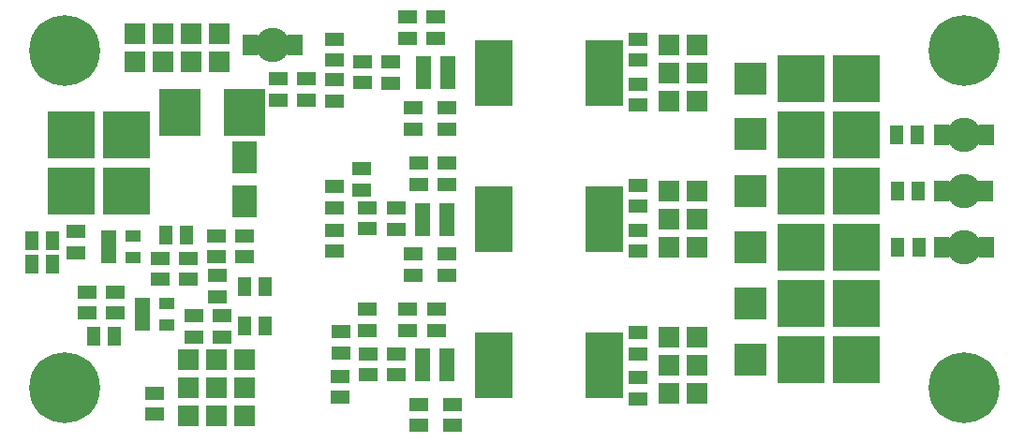
<source format=gbr>
G04 #@! TF.GenerationSoftware,KiCad,Pcbnew,(6.0.0-rc1-dev-205-gc0615c5ef)*
G04 #@! TF.CreationDate,2019-05-29T12:14:59+02:00*
G04 #@! TF.ProjectId,BATPOWER05A,424154504F5745523035412E6B696361,REV*
G04 #@! TF.SameCoordinates,Original*
G04 #@! TF.FileFunction,Soldermask,Bot*
G04 #@! TF.FilePolarity,Negative*
%FSLAX46Y46*%
G04 Gerber Fmt 4.6, Leading zero omitted, Abs format (unit mm)*
G04 Created by KiCad (PCBNEW (6.0.0-rc1-dev-205-gc0615c5ef)) date 05/29/19 12:14:59*
%MOMM*%
%LPD*%
G01*
G04 APERTURE LIST*
%ADD10R,1.797000X1.289000*%
%ADD11R,1.924000X1.924000*%
%ADD12R,1.289000X1.797000*%
%ADD13R,2.899360X2.950160*%
%ADD14R,2.200000X2.900000*%
%ADD15C,6.400000*%
%ADD16R,4.210000X4.210000*%
%ADD17R,1.460000X1.050000*%
%ADD18R,3.400000X5.900000*%
%ADD19C,3.100000*%
%ADD20R,1.450000X1.900000*%
%ADD21R,3.730000X4.210000*%
G04 APERTURE END LIST*
D10*
G04 #@! TO.C,R10*
X18859500Y13271500D03*
X18859500Y15176500D03*
G04 #@! TD*
D11*
G04 #@! TO.C,J1*
X19050000Y37084000D03*
X19050000Y34544000D03*
X16510000Y37084000D03*
X16510000Y34544000D03*
X13970000Y37084000D03*
X13970000Y34544000D03*
X11430000Y37084000D03*
X11430000Y34544000D03*
G04 #@! TD*
D10*
G04 #@! TO.C,C1*
X13716000Y14859000D03*
X13716000Y16764000D03*
G04 #@! TD*
G04 #@! TO.C,C2*
X16764000Y11557000D03*
X16764000Y9652000D03*
G04 #@! TD*
D12*
G04 #@! TO.C,C3*
X4000500Y18351500D03*
X2095500Y18351500D03*
G04 #@! TD*
D10*
G04 #@! TO.C,C4*
X7112000Y13716000D03*
X7112000Y11811000D03*
G04 #@! TD*
D12*
G04 #@! TO.C,C5*
X2095500Y16192500D03*
X4000500Y16192500D03*
G04 #@! TD*
D10*
G04 #@! TO.C,C6*
X9652000Y11811000D03*
X9652000Y13716000D03*
G04 #@! TD*
G04 #@! TO.C,C7*
X36576000Y28448000D03*
X36576000Y30353000D03*
G04 #@! TD*
G04 #@! TO.C,C8*
X36576000Y15240000D03*
X36576000Y17145000D03*
G04 #@! TD*
G04 #@! TO.C,C9*
X37084000Y3556000D03*
X37084000Y1651000D03*
G04 #@! TD*
G04 #@! TO.C,C10*
X39624000Y30353000D03*
X39624000Y28448000D03*
G04 #@! TD*
G04 #@! TO.C,C11*
X39624000Y17145000D03*
X39624000Y15240000D03*
G04 #@! TD*
G04 #@! TO.C,C12*
X40132000Y1651000D03*
X40132000Y3556000D03*
G04 #@! TD*
G04 #@! TO.C,C13*
X38608000Y36639500D03*
X38608000Y38544500D03*
G04 #@! TD*
G04 #@! TO.C,C14*
X39624000Y25336500D03*
X39624000Y23431500D03*
G04 #@! TD*
G04 #@! TO.C,C15*
X38671500Y12128500D03*
X38671500Y10223500D03*
G04 #@! TD*
G04 #@! TO.C,C16*
X56896000Y30607000D03*
X56896000Y32512000D03*
G04 #@! TD*
G04 #@! TO.C,C17*
X56896000Y17399000D03*
X56896000Y19304000D03*
G04 #@! TD*
G04 #@! TO.C,C18*
X56896000Y5969000D03*
X56896000Y4064000D03*
G04 #@! TD*
G04 #@! TO.C,C19*
X56896000Y34671000D03*
X56896000Y36576000D03*
G04 #@! TD*
G04 #@! TO.C,C20*
X56896000Y21463000D03*
X56896000Y23368000D03*
G04 #@! TD*
G04 #@! TO.C,C21*
X56896000Y10033000D03*
X56896000Y8128000D03*
G04 #@! TD*
D13*
G04 #@! TO.C,C22*
X67056000Y27970480D03*
X67056000Y33020000D03*
G04 #@! TD*
G04 #@! TO.C,C23*
X67056000Y17780000D03*
X67056000Y22829520D03*
G04 #@! TD*
G04 #@! TO.C,C24*
X67056000Y12669520D03*
X67056000Y7620000D03*
G04 #@! TD*
D14*
G04 #@! TO.C,D1*
X21368000Y25876000D03*
X21368000Y21876000D03*
G04 #@! TD*
D11*
G04 #@! TO.C,J2*
X16256000Y7620000D03*
G04 #@! TD*
G04 #@! TO.C,J3*
X16256000Y5080000D03*
G04 #@! TD*
G04 #@! TO.C,J4*
X16256000Y2540000D03*
G04 #@! TD*
G04 #@! TO.C,J5*
X18796000Y7620000D03*
G04 #@! TD*
G04 #@! TO.C,J6*
X21336000Y7620000D03*
G04 #@! TD*
G04 #@! TO.C,J7*
X18796000Y5080000D03*
G04 #@! TD*
G04 #@! TO.C,J8*
X21336000Y5080000D03*
G04 #@! TD*
G04 #@! TO.C,J9*
X18796000Y2540000D03*
G04 #@! TD*
G04 #@! TO.C,J10*
X21336000Y2540000D03*
G04 #@! TD*
G04 #@! TO.C,J11*
X59690000Y36068000D03*
X62230000Y36068000D03*
X59690000Y33528000D03*
X62230000Y33528000D03*
X59690000Y30988000D03*
X62230000Y30988000D03*
G04 #@! TD*
G04 #@! TO.C,J12*
X62230000Y17780000D03*
X59690000Y17780000D03*
X62230000Y20320000D03*
X59690000Y20320000D03*
X62230000Y22860000D03*
X59690000Y22860000D03*
G04 #@! TD*
G04 #@! TO.C,J13*
X59690000Y9652000D03*
X62230000Y9652000D03*
X59690000Y7112000D03*
X62230000Y7112000D03*
X59690000Y4572000D03*
X62230000Y4572000D03*
G04 #@! TD*
D15*
G04 #@! TO.C,M1*
X5080000Y35560000D03*
G04 #@! TD*
G04 #@! TO.C,M2*
X86360000Y35560000D03*
G04 #@! TD*
G04 #@! TO.C,M3*
X5080000Y5080000D03*
G04 #@! TD*
G04 #@! TO.C,M4*
X86360000Y5080000D03*
G04 #@! TD*
D16*
G04 #@! TO.C,P1*
X5668000Y27940000D03*
X10668000Y27940000D03*
G04 #@! TD*
G04 #@! TO.C,P2*
X10668000Y22860000D03*
X5668000Y22860000D03*
G04 #@! TD*
G04 #@! TO.C,P3*
X76628000Y33020000D03*
X71628000Y33020000D03*
G04 #@! TD*
G04 #@! TO.C,P4*
X71628000Y27940000D03*
X76628000Y27940000D03*
G04 #@! TD*
G04 #@! TO.C,P5*
X76628000Y22860000D03*
X71628000Y22860000D03*
G04 #@! TD*
G04 #@! TO.C,P6*
X71628000Y17780000D03*
X76628000Y17780000D03*
G04 #@! TD*
G04 #@! TO.C,P7*
X76628000Y12700000D03*
X71628000Y12700000D03*
G04 #@! TD*
G04 #@! TO.C,P8*
X71628000Y7620000D03*
X76628000Y7620000D03*
G04 #@! TD*
D10*
G04 #@! TO.C,R1*
X18796000Y16891000D03*
X18796000Y18796000D03*
G04 #@! TD*
G04 #@! TO.C,R2*
X6096000Y19177000D03*
X6096000Y17272000D03*
G04 #@! TD*
G04 #@! TO.C,R3*
X21336000Y18796000D03*
X21336000Y16891000D03*
G04 #@! TD*
D12*
G04 #@! TO.C,R4*
X9588500Y9715500D03*
X7683500Y9715500D03*
G04 #@! TD*
G04 #@! TO.C,R5*
X23241000Y14160500D03*
X21336000Y14160500D03*
G04 #@! TD*
G04 #@! TO.C,R6*
X21336000Y10668000D03*
X23241000Y10668000D03*
G04 #@! TD*
D10*
G04 #@! TO.C,R7*
X16256000Y14859000D03*
X16256000Y16764000D03*
G04 #@! TD*
D12*
G04 #@! TO.C,R8*
X16129000Y18859500D03*
X14224000Y18859500D03*
G04 #@! TD*
D10*
G04 #@! TO.C,R9*
X19304000Y11557000D03*
X19304000Y9652000D03*
G04 #@! TD*
G04 #@! TO.C,R11*
X13208000Y4572000D03*
X13208000Y2667000D03*
G04 #@! TD*
G04 #@! TO.C,R12*
X26924000Y31051500D03*
X26924000Y32956500D03*
G04 #@! TD*
G04 #@! TO.C,R13*
X31940500Y24828500D03*
X31940500Y22923500D03*
G04 #@! TD*
G04 #@! TO.C,R14*
X32448500Y12128500D03*
X32448500Y10223500D03*
G04 #@! TD*
G04 #@! TO.C,R15*
X29464000Y30988000D03*
X29464000Y32893000D03*
G04 #@! TD*
G04 #@! TO.C,R16*
X29464000Y36576000D03*
X29464000Y34671000D03*
G04 #@! TD*
G04 #@! TO.C,R17*
X29464000Y17399000D03*
X29464000Y19304000D03*
G04 #@! TD*
G04 #@! TO.C,R18*
X29464000Y23241000D03*
X29464000Y21336000D03*
G04 #@! TD*
G04 #@! TO.C,R19*
X29972000Y6096000D03*
X29972000Y4191000D03*
G04 #@! TD*
G04 #@! TO.C,R20*
X30035500Y8191500D03*
X30035500Y10096500D03*
G04 #@! TD*
G04 #@! TO.C,R21*
X32004000Y34544000D03*
X32004000Y32639000D03*
G04 #@! TD*
G04 #@! TO.C,R22*
X32448500Y21336000D03*
X32448500Y19431000D03*
G04 #@! TD*
G04 #@! TO.C,R23*
X32512000Y6223000D03*
X32512000Y8128000D03*
G04 #@! TD*
G04 #@! TO.C,R24*
X36068000Y36639500D03*
X36068000Y38544500D03*
G04 #@! TD*
G04 #@! TO.C,R25*
X37084000Y25336500D03*
X37084000Y23431500D03*
G04 #@! TD*
G04 #@! TO.C,R26*
X36068000Y12128500D03*
X36068000Y10223500D03*
G04 #@! TD*
G04 #@! TO.C,R27*
X34544000Y32575500D03*
X34544000Y34480500D03*
G04 #@! TD*
G04 #@! TO.C,R28*
X35052000Y19367500D03*
X35052000Y21272500D03*
G04 #@! TD*
G04 #@! TO.C,R29*
X35052000Y8128000D03*
X35052000Y6223000D03*
G04 #@! TD*
D17*
G04 #@! TO.C,U1*
X9060000Y16830000D03*
X9060000Y17780000D03*
X9060000Y18730000D03*
X11260000Y18730000D03*
X11260000Y16830000D03*
G04 #@! TD*
G04 #@! TO.C,U2*
X14308000Y10734000D03*
X14308000Y12634000D03*
X12108000Y12634000D03*
X12108000Y11684000D03*
X12108000Y10734000D03*
G04 #@! TD*
G04 #@! TO.C,U3*
X39708000Y34478000D03*
X39708000Y33528000D03*
X39708000Y32578000D03*
X37508000Y32578000D03*
X37508000Y34478000D03*
X37508000Y33528000D03*
G04 #@! TD*
G04 #@! TO.C,U4*
X37424000Y20254000D03*
X37424000Y21204000D03*
X37424000Y19304000D03*
X39624000Y19304000D03*
X39624000Y20254000D03*
X39624000Y21204000D03*
G04 #@! TD*
G04 #@! TO.C,U5*
X39624000Y8062000D03*
X39624000Y7112000D03*
X39624000Y6162000D03*
X37424000Y6162000D03*
X37424000Y8062000D03*
X37424000Y7112000D03*
G04 #@! TD*
D18*
G04 #@! TO.C,L1*
X53848000Y33528000D03*
X43848000Y33528000D03*
G04 #@! TD*
G04 #@! TO.C,L2*
X43848000Y20320000D03*
X53848000Y20320000D03*
G04 #@! TD*
G04 #@! TO.C,L3*
X43848000Y7112000D03*
X53848000Y7112000D03*
G04 #@! TD*
D19*
G04 #@! TO.C,D2*
X23876000Y36068000D03*
D20*
X21876000Y36068000D03*
X25876000Y36068000D03*
G04 #@! TD*
D19*
G04 #@! TO.C,D3*
X86360000Y27940000D03*
D20*
X88360000Y27940000D03*
X84360000Y27940000D03*
G04 #@! TD*
G04 #@! TO.C,D4*
X84328000Y22860000D03*
X88328000Y22860000D03*
D19*
X86328000Y22860000D03*
G04 #@! TD*
D20*
G04 #@! TO.C,D5*
X84360000Y17780000D03*
X88360000Y17780000D03*
D19*
X86360000Y17780000D03*
G04 #@! TD*
D10*
G04 #@! TO.C,R30*
X24384000Y31051500D03*
X24384000Y32956500D03*
G04 #@! TD*
D12*
G04 #@! TO.C,R31*
X80264000Y27940000D03*
X82169000Y27940000D03*
G04 #@! TD*
G04 #@! TO.C,R32*
X82232500Y22860000D03*
X80327500Y22860000D03*
G04 #@! TD*
G04 #@! TO.C,R33*
X82296000Y17780000D03*
X80391000Y17780000D03*
G04 #@! TD*
D21*
G04 #@! TO.C,F1*
X21336000Y29972000D03*
X15516000Y29972000D03*
G04 #@! TD*
M02*

</source>
